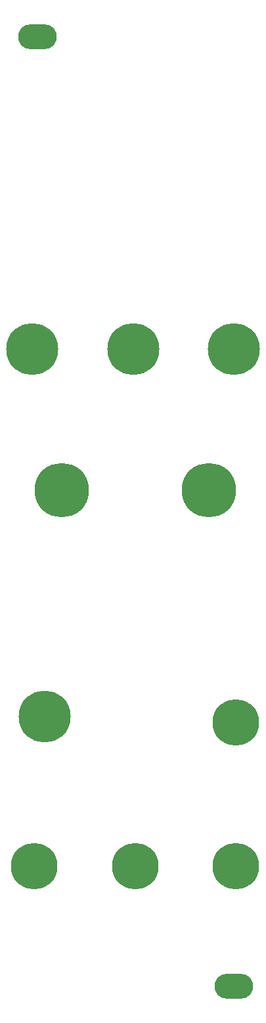
<source format=gbr>
%TF.GenerationSoftware,KiCad,Pcbnew,(5.99.0-12348-g4b436fb86d)*%
%TF.CreationDate,2021-09-23T15:24:10+01:00*%
%TF.ProjectId,Panel,50616e65-6c2e-46b6-9963-61645f706362,rev?*%
%TF.SameCoordinates,Original*%
%TF.FileFunction,Soldermask,Top*%
%TF.FilePolarity,Negative*%
%FSLAX46Y46*%
G04 Gerber Fmt 4.6, Leading zero omitted, Abs format (unit mm)*
G04 Created by KiCad (PCBNEW (5.99.0-12348-g4b436fb86d)) date 2021-09-23 15:24:10*
%MOMM*%
%LPD*%
G01*
G04 APERTURE LIST*
%ADD10O,5.000000X3.200000*%
%ADD11C,6.700000*%
%ADD12C,6.000000*%
%ADD13C,7.000000*%
G04 APERTURE END LIST*
D10*
X110400000Y-43000000D03*
X135700000Y-165500000D03*
D11*
X111300000Y-130700000D03*
X109750000Y-83250000D03*
X122750000Y-83250000D03*
X135750000Y-83250000D03*
D12*
X136000000Y-150000000D03*
X136000000Y-131500000D03*
X123000000Y-150000000D03*
D13*
X132500000Y-101500000D03*
D12*
X110000000Y-150000000D03*
D13*
X113500000Y-101500000D03*
M02*

</source>
